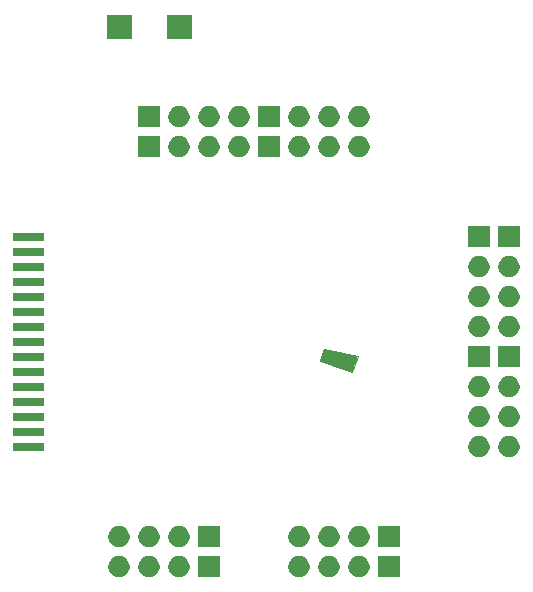
<source format=gbr>
G04 #@! TF.GenerationSoftware,KiCad,Pcbnew,(5.1.5)-3*
G04 #@! TF.CreationDate,2020-01-25T20:30:53+03:00*
G04 #@! TF.ProjectId,Casio PB-1000 Debug Unit,43617369-6f20-4504-922d-313030302044,rev?*
G04 #@! TF.SameCoordinates,Original*
G04 #@! TF.FileFunction,Soldermask,Top*
G04 #@! TF.FilePolarity,Negative*
%FSLAX46Y46*%
G04 Gerber Fmt 4.6, Leading zero omitted, Abs format (unit mm)*
G04 Created by KiCad (PCBNEW (5.1.5)-3) date 2020-01-25 20:30:53*
%MOMM*%
%LPD*%
G04 APERTURE LIST*
%ADD10C,0.010000*%
%ADD11C,0.100000*%
G04 APERTURE END LIST*
D10*
G36*
X157402194Y-121853534D02*
G01*
X156882353Y-123186958D01*
X154154796Y-122278685D01*
X154550538Y-121289006D01*
X154552005Y-121288153D01*
X157402194Y-121853534D01*
G37*
X157402194Y-121853534D02*
X156882353Y-123186958D01*
X154154796Y-122278685D01*
X154550538Y-121289006D01*
X154552005Y-121288153D01*
X157402194Y-121853534D01*
D11*
G36*
X141240000Y-92980000D02*
G01*
X143240000Y-92980000D01*
X143240000Y-94980000D01*
X141240000Y-94980000D01*
X141240000Y-94880000D01*
X141240000Y-92980000D01*
G37*
X141240000Y-92980000D02*
X143240000Y-92980000D01*
X143240000Y-94980000D01*
X141240000Y-94980000D01*
X141240000Y-94880000D01*
X141240000Y-92980000D01*
G36*
X136160000Y-92980000D02*
G01*
X138160000Y-92980000D01*
X138160000Y-94980000D01*
X136160000Y-94980000D01*
X136160000Y-94880000D01*
X136160000Y-92980000D01*
G37*
X136160000Y-92980000D02*
X138160000Y-92980000D01*
X138160000Y-94980000D01*
X136160000Y-94980000D01*
X136160000Y-94880000D01*
X136160000Y-92980000D01*
G36*
X160921000Y-140601000D02*
G01*
X159119000Y-140601000D01*
X159119000Y-138799000D01*
X160921000Y-138799000D01*
X160921000Y-140601000D01*
G37*
G36*
X157593512Y-138803927D02*
G01*
X157742812Y-138833624D01*
X157906784Y-138901544D01*
X158054354Y-139000147D01*
X158179853Y-139125646D01*
X158278456Y-139273216D01*
X158346376Y-139437188D01*
X158381000Y-139611259D01*
X158381000Y-139788741D01*
X158346376Y-139962812D01*
X158278456Y-140126784D01*
X158179853Y-140274354D01*
X158054354Y-140399853D01*
X157906784Y-140498456D01*
X157742812Y-140566376D01*
X157593512Y-140596073D01*
X157568742Y-140601000D01*
X157391258Y-140601000D01*
X157366488Y-140596073D01*
X157217188Y-140566376D01*
X157053216Y-140498456D01*
X156905646Y-140399853D01*
X156780147Y-140274354D01*
X156681544Y-140126784D01*
X156613624Y-139962812D01*
X156579000Y-139788741D01*
X156579000Y-139611259D01*
X156613624Y-139437188D01*
X156681544Y-139273216D01*
X156780147Y-139125646D01*
X156905646Y-139000147D01*
X157053216Y-138901544D01*
X157217188Y-138833624D01*
X157366488Y-138803927D01*
X157391258Y-138799000D01*
X157568742Y-138799000D01*
X157593512Y-138803927D01*
G37*
G36*
X145681000Y-140601000D02*
G01*
X143879000Y-140601000D01*
X143879000Y-138799000D01*
X145681000Y-138799000D01*
X145681000Y-140601000D01*
G37*
G36*
X142353512Y-138803927D02*
G01*
X142502812Y-138833624D01*
X142666784Y-138901544D01*
X142814354Y-139000147D01*
X142939853Y-139125646D01*
X143038456Y-139273216D01*
X143106376Y-139437188D01*
X143141000Y-139611259D01*
X143141000Y-139788741D01*
X143106376Y-139962812D01*
X143038456Y-140126784D01*
X142939853Y-140274354D01*
X142814354Y-140399853D01*
X142666784Y-140498456D01*
X142502812Y-140566376D01*
X142353512Y-140596073D01*
X142328742Y-140601000D01*
X142151258Y-140601000D01*
X142126488Y-140596073D01*
X141977188Y-140566376D01*
X141813216Y-140498456D01*
X141665646Y-140399853D01*
X141540147Y-140274354D01*
X141441544Y-140126784D01*
X141373624Y-139962812D01*
X141339000Y-139788741D01*
X141339000Y-139611259D01*
X141373624Y-139437188D01*
X141441544Y-139273216D01*
X141540147Y-139125646D01*
X141665646Y-139000147D01*
X141813216Y-138901544D01*
X141977188Y-138833624D01*
X142126488Y-138803927D01*
X142151258Y-138799000D01*
X142328742Y-138799000D01*
X142353512Y-138803927D01*
G37*
G36*
X139813512Y-138803927D02*
G01*
X139962812Y-138833624D01*
X140126784Y-138901544D01*
X140274354Y-139000147D01*
X140399853Y-139125646D01*
X140498456Y-139273216D01*
X140566376Y-139437188D01*
X140601000Y-139611259D01*
X140601000Y-139788741D01*
X140566376Y-139962812D01*
X140498456Y-140126784D01*
X140399853Y-140274354D01*
X140274354Y-140399853D01*
X140126784Y-140498456D01*
X139962812Y-140566376D01*
X139813512Y-140596073D01*
X139788742Y-140601000D01*
X139611258Y-140601000D01*
X139586488Y-140596073D01*
X139437188Y-140566376D01*
X139273216Y-140498456D01*
X139125646Y-140399853D01*
X139000147Y-140274354D01*
X138901544Y-140126784D01*
X138833624Y-139962812D01*
X138799000Y-139788741D01*
X138799000Y-139611259D01*
X138833624Y-139437188D01*
X138901544Y-139273216D01*
X139000147Y-139125646D01*
X139125646Y-139000147D01*
X139273216Y-138901544D01*
X139437188Y-138833624D01*
X139586488Y-138803927D01*
X139611258Y-138799000D01*
X139788742Y-138799000D01*
X139813512Y-138803927D01*
G37*
G36*
X155053512Y-138803927D02*
G01*
X155202812Y-138833624D01*
X155366784Y-138901544D01*
X155514354Y-139000147D01*
X155639853Y-139125646D01*
X155738456Y-139273216D01*
X155806376Y-139437188D01*
X155841000Y-139611259D01*
X155841000Y-139788741D01*
X155806376Y-139962812D01*
X155738456Y-140126784D01*
X155639853Y-140274354D01*
X155514354Y-140399853D01*
X155366784Y-140498456D01*
X155202812Y-140566376D01*
X155053512Y-140596073D01*
X155028742Y-140601000D01*
X154851258Y-140601000D01*
X154826488Y-140596073D01*
X154677188Y-140566376D01*
X154513216Y-140498456D01*
X154365646Y-140399853D01*
X154240147Y-140274354D01*
X154141544Y-140126784D01*
X154073624Y-139962812D01*
X154039000Y-139788741D01*
X154039000Y-139611259D01*
X154073624Y-139437188D01*
X154141544Y-139273216D01*
X154240147Y-139125646D01*
X154365646Y-139000147D01*
X154513216Y-138901544D01*
X154677188Y-138833624D01*
X154826488Y-138803927D01*
X154851258Y-138799000D01*
X155028742Y-138799000D01*
X155053512Y-138803927D01*
G37*
G36*
X152513512Y-138803927D02*
G01*
X152662812Y-138833624D01*
X152826784Y-138901544D01*
X152974354Y-139000147D01*
X153099853Y-139125646D01*
X153198456Y-139273216D01*
X153266376Y-139437188D01*
X153301000Y-139611259D01*
X153301000Y-139788741D01*
X153266376Y-139962812D01*
X153198456Y-140126784D01*
X153099853Y-140274354D01*
X152974354Y-140399853D01*
X152826784Y-140498456D01*
X152662812Y-140566376D01*
X152513512Y-140596073D01*
X152488742Y-140601000D01*
X152311258Y-140601000D01*
X152286488Y-140596073D01*
X152137188Y-140566376D01*
X151973216Y-140498456D01*
X151825646Y-140399853D01*
X151700147Y-140274354D01*
X151601544Y-140126784D01*
X151533624Y-139962812D01*
X151499000Y-139788741D01*
X151499000Y-139611259D01*
X151533624Y-139437188D01*
X151601544Y-139273216D01*
X151700147Y-139125646D01*
X151825646Y-139000147D01*
X151973216Y-138901544D01*
X152137188Y-138833624D01*
X152286488Y-138803927D01*
X152311258Y-138799000D01*
X152488742Y-138799000D01*
X152513512Y-138803927D01*
G37*
G36*
X137273512Y-138803927D02*
G01*
X137422812Y-138833624D01*
X137586784Y-138901544D01*
X137734354Y-139000147D01*
X137859853Y-139125646D01*
X137958456Y-139273216D01*
X138026376Y-139437188D01*
X138061000Y-139611259D01*
X138061000Y-139788741D01*
X138026376Y-139962812D01*
X137958456Y-140126784D01*
X137859853Y-140274354D01*
X137734354Y-140399853D01*
X137586784Y-140498456D01*
X137422812Y-140566376D01*
X137273512Y-140596073D01*
X137248742Y-140601000D01*
X137071258Y-140601000D01*
X137046488Y-140596073D01*
X136897188Y-140566376D01*
X136733216Y-140498456D01*
X136585646Y-140399853D01*
X136460147Y-140274354D01*
X136361544Y-140126784D01*
X136293624Y-139962812D01*
X136259000Y-139788741D01*
X136259000Y-139611259D01*
X136293624Y-139437188D01*
X136361544Y-139273216D01*
X136460147Y-139125646D01*
X136585646Y-139000147D01*
X136733216Y-138901544D01*
X136897188Y-138833624D01*
X137046488Y-138803927D01*
X137071258Y-138799000D01*
X137248742Y-138799000D01*
X137273512Y-138803927D01*
G37*
G36*
X152513512Y-136263927D02*
G01*
X152662812Y-136293624D01*
X152826784Y-136361544D01*
X152974354Y-136460147D01*
X153099853Y-136585646D01*
X153198456Y-136733216D01*
X153266376Y-136897188D01*
X153301000Y-137071259D01*
X153301000Y-137248741D01*
X153266376Y-137422812D01*
X153198456Y-137586784D01*
X153099853Y-137734354D01*
X152974354Y-137859853D01*
X152826784Y-137958456D01*
X152662812Y-138026376D01*
X152513512Y-138056073D01*
X152488742Y-138061000D01*
X152311258Y-138061000D01*
X152286488Y-138056073D01*
X152137188Y-138026376D01*
X151973216Y-137958456D01*
X151825646Y-137859853D01*
X151700147Y-137734354D01*
X151601544Y-137586784D01*
X151533624Y-137422812D01*
X151499000Y-137248741D01*
X151499000Y-137071259D01*
X151533624Y-136897188D01*
X151601544Y-136733216D01*
X151700147Y-136585646D01*
X151825646Y-136460147D01*
X151973216Y-136361544D01*
X152137188Y-136293624D01*
X152286488Y-136263927D01*
X152311258Y-136259000D01*
X152488742Y-136259000D01*
X152513512Y-136263927D01*
G37*
G36*
X160921000Y-138061000D02*
G01*
X159119000Y-138061000D01*
X159119000Y-136259000D01*
X160921000Y-136259000D01*
X160921000Y-138061000D01*
G37*
G36*
X157593512Y-136263927D02*
G01*
X157742812Y-136293624D01*
X157906784Y-136361544D01*
X158054354Y-136460147D01*
X158179853Y-136585646D01*
X158278456Y-136733216D01*
X158346376Y-136897188D01*
X158381000Y-137071259D01*
X158381000Y-137248741D01*
X158346376Y-137422812D01*
X158278456Y-137586784D01*
X158179853Y-137734354D01*
X158054354Y-137859853D01*
X157906784Y-137958456D01*
X157742812Y-138026376D01*
X157593512Y-138056073D01*
X157568742Y-138061000D01*
X157391258Y-138061000D01*
X157366488Y-138056073D01*
X157217188Y-138026376D01*
X157053216Y-137958456D01*
X156905646Y-137859853D01*
X156780147Y-137734354D01*
X156681544Y-137586784D01*
X156613624Y-137422812D01*
X156579000Y-137248741D01*
X156579000Y-137071259D01*
X156613624Y-136897188D01*
X156681544Y-136733216D01*
X156780147Y-136585646D01*
X156905646Y-136460147D01*
X157053216Y-136361544D01*
X157217188Y-136293624D01*
X157366488Y-136263927D01*
X157391258Y-136259000D01*
X157568742Y-136259000D01*
X157593512Y-136263927D01*
G37*
G36*
X137273512Y-136263927D02*
G01*
X137422812Y-136293624D01*
X137586784Y-136361544D01*
X137734354Y-136460147D01*
X137859853Y-136585646D01*
X137958456Y-136733216D01*
X138026376Y-136897188D01*
X138061000Y-137071259D01*
X138061000Y-137248741D01*
X138026376Y-137422812D01*
X137958456Y-137586784D01*
X137859853Y-137734354D01*
X137734354Y-137859853D01*
X137586784Y-137958456D01*
X137422812Y-138026376D01*
X137273512Y-138056073D01*
X137248742Y-138061000D01*
X137071258Y-138061000D01*
X137046488Y-138056073D01*
X136897188Y-138026376D01*
X136733216Y-137958456D01*
X136585646Y-137859853D01*
X136460147Y-137734354D01*
X136361544Y-137586784D01*
X136293624Y-137422812D01*
X136259000Y-137248741D01*
X136259000Y-137071259D01*
X136293624Y-136897188D01*
X136361544Y-136733216D01*
X136460147Y-136585646D01*
X136585646Y-136460147D01*
X136733216Y-136361544D01*
X136897188Y-136293624D01*
X137046488Y-136263927D01*
X137071258Y-136259000D01*
X137248742Y-136259000D01*
X137273512Y-136263927D01*
G37*
G36*
X139813512Y-136263927D02*
G01*
X139962812Y-136293624D01*
X140126784Y-136361544D01*
X140274354Y-136460147D01*
X140399853Y-136585646D01*
X140498456Y-136733216D01*
X140566376Y-136897188D01*
X140601000Y-137071259D01*
X140601000Y-137248741D01*
X140566376Y-137422812D01*
X140498456Y-137586784D01*
X140399853Y-137734354D01*
X140274354Y-137859853D01*
X140126784Y-137958456D01*
X139962812Y-138026376D01*
X139813512Y-138056073D01*
X139788742Y-138061000D01*
X139611258Y-138061000D01*
X139586488Y-138056073D01*
X139437188Y-138026376D01*
X139273216Y-137958456D01*
X139125646Y-137859853D01*
X139000147Y-137734354D01*
X138901544Y-137586784D01*
X138833624Y-137422812D01*
X138799000Y-137248741D01*
X138799000Y-137071259D01*
X138833624Y-136897188D01*
X138901544Y-136733216D01*
X139000147Y-136585646D01*
X139125646Y-136460147D01*
X139273216Y-136361544D01*
X139437188Y-136293624D01*
X139586488Y-136263927D01*
X139611258Y-136259000D01*
X139788742Y-136259000D01*
X139813512Y-136263927D01*
G37*
G36*
X142353512Y-136263927D02*
G01*
X142502812Y-136293624D01*
X142666784Y-136361544D01*
X142814354Y-136460147D01*
X142939853Y-136585646D01*
X143038456Y-136733216D01*
X143106376Y-136897188D01*
X143141000Y-137071259D01*
X143141000Y-137248741D01*
X143106376Y-137422812D01*
X143038456Y-137586784D01*
X142939853Y-137734354D01*
X142814354Y-137859853D01*
X142666784Y-137958456D01*
X142502812Y-138026376D01*
X142353512Y-138056073D01*
X142328742Y-138061000D01*
X142151258Y-138061000D01*
X142126488Y-138056073D01*
X141977188Y-138026376D01*
X141813216Y-137958456D01*
X141665646Y-137859853D01*
X141540147Y-137734354D01*
X141441544Y-137586784D01*
X141373624Y-137422812D01*
X141339000Y-137248741D01*
X141339000Y-137071259D01*
X141373624Y-136897188D01*
X141441544Y-136733216D01*
X141540147Y-136585646D01*
X141665646Y-136460147D01*
X141813216Y-136361544D01*
X141977188Y-136293624D01*
X142126488Y-136263927D01*
X142151258Y-136259000D01*
X142328742Y-136259000D01*
X142353512Y-136263927D01*
G37*
G36*
X145681000Y-138061000D02*
G01*
X143879000Y-138061000D01*
X143879000Y-136259000D01*
X145681000Y-136259000D01*
X145681000Y-138061000D01*
G37*
G36*
X155053512Y-136263927D02*
G01*
X155202812Y-136293624D01*
X155366784Y-136361544D01*
X155514354Y-136460147D01*
X155639853Y-136585646D01*
X155738456Y-136733216D01*
X155806376Y-136897188D01*
X155841000Y-137071259D01*
X155841000Y-137248741D01*
X155806376Y-137422812D01*
X155738456Y-137586784D01*
X155639853Y-137734354D01*
X155514354Y-137859853D01*
X155366784Y-137958456D01*
X155202812Y-138026376D01*
X155053512Y-138056073D01*
X155028742Y-138061000D01*
X154851258Y-138061000D01*
X154826488Y-138056073D01*
X154677188Y-138026376D01*
X154513216Y-137958456D01*
X154365646Y-137859853D01*
X154240147Y-137734354D01*
X154141544Y-137586784D01*
X154073624Y-137422812D01*
X154039000Y-137248741D01*
X154039000Y-137071259D01*
X154073624Y-136897188D01*
X154141544Y-136733216D01*
X154240147Y-136585646D01*
X154365646Y-136460147D01*
X154513216Y-136361544D01*
X154677188Y-136293624D01*
X154826488Y-136263927D01*
X154851258Y-136259000D01*
X155028742Y-136259000D01*
X155053512Y-136263927D01*
G37*
G36*
X170293512Y-128643927D02*
G01*
X170442812Y-128673624D01*
X170606784Y-128741544D01*
X170754354Y-128840147D01*
X170879853Y-128965646D01*
X170978456Y-129113216D01*
X171046376Y-129277188D01*
X171081000Y-129451259D01*
X171081000Y-129628741D01*
X171046376Y-129802812D01*
X170978456Y-129966784D01*
X170879853Y-130114354D01*
X170754354Y-130239853D01*
X170606784Y-130338456D01*
X170442812Y-130406376D01*
X170293512Y-130436073D01*
X170268742Y-130441000D01*
X170091258Y-130441000D01*
X170066488Y-130436073D01*
X169917188Y-130406376D01*
X169753216Y-130338456D01*
X169605646Y-130239853D01*
X169480147Y-130114354D01*
X169381544Y-129966784D01*
X169313624Y-129802812D01*
X169279000Y-129628741D01*
X169279000Y-129451259D01*
X169313624Y-129277188D01*
X169381544Y-129113216D01*
X169480147Y-128965646D01*
X169605646Y-128840147D01*
X169753216Y-128741544D01*
X169917188Y-128673624D01*
X170066488Y-128643927D01*
X170091258Y-128639000D01*
X170268742Y-128639000D01*
X170293512Y-128643927D01*
G37*
G36*
X167753512Y-128643927D02*
G01*
X167902812Y-128673624D01*
X168066784Y-128741544D01*
X168214354Y-128840147D01*
X168339853Y-128965646D01*
X168438456Y-129113216D01*
X168506376Y-129277188D01*
X168541000Y-129451259D01*
X168541000Y-129628741D01*
X168506376Y-129802812D01*
X168438456Y-129966784D01*
X168339853Y-130114354D01*
X168214354Y-130239853D01*
X168066784Y-130338456D01*
X167902812Y-130406376D01*
X167753512Y-130436073D01*
X167728742Y-130441000D01*
X167551258Y-130441000D01*
X167526488Y-130436073D01*
X167377188Y-130406376D01*
X167213216Y-130338456D01*
X167065646Y-130239853D01*
X166940147Y-130114354D01*
X166841544Y-129966784D01*
X166773624Y-129802812D01*
X166739000Y-129628741D01*
X166739000Y-129451259D01*
X166773624Y-129277188D01*
X166841544Y-129113216D01*
X166940147Y-128965646D01*
X167065646Y-128840147D01*
X167213216Y-128741544D01*
X167377188Y-128673624D01*
X167526488Y-128643927D01*
X167551258Y-128639000D01*
X167728742Y-128639000D01*
X167753512Y-128643927D01*
G37*
G36*
X130861000Y-129891000D02*
G01*
X128219000Y-129891000D01*
X128219000Y-129189000D01*
X130861000Y-129189000D01*
X130861000Y-129891000D01*
G37*
G36*
X130861000Y-128621000D02*
G01*
X128219000Y-128621000D01*
X128219000Y-127919000D01*
X130861000Y-127919000D01*
X130861000Y-128621000D01*
G37*
G36*
X170293512Y-126103927D02*
G01*
X170442812Y-126133624D01*
X170606784Y-126201544D01*
X170754354Y-126300147D01*
X170879853Y-126425646D01*
X170978456Y-126573216D01*
X171046376Y-126737188D01*
X171081000Y-126911259D01*
X171081000Y-127088741D01*
X171046376Y-127262812D01*
X170978456Y-127426784D01*
X170879853Y-127574354D01*
X170754354Y-127699853D01*
X170606784Y-127798456D01*
X170442812Y-127866376D01*
X170293512Y-127896073D01*
X170268742Y-127901000D01*
X170091258Y-127901000D01*
X170066488Y-127896073D01*
X169917188Y-127866376D01*
X169753216Y-127798456D01*
X169605646Y-127699853D01*
X169480147Y-127574354D01*
X169381544Y-127426784D01*
X169313624Y-127262812D01*
X169279000Y-127088741D01*
X169279000Y-126911259D01*
X169313624Y-126737188D01*
X169381544Y-126573216D01*
X169480147Y-126425646D01*
X169605646Y-126300147D01*
X169753216Y-126201544D01*
X169917188Y-126133624D01*
X170066488Y-126103927D01*
X170091258Y-126099000D01*
X170268742Y-126099000D01*
X170293512Y-126103927D01*
G37*
G36*
X167753512Y-126103927D02*
G01*
X167902812Y-126133624D01*
X168066784Y-126201544D01*
X168214354Y-126300147D01*
X168339853Y-126425646D01*
X168438456Y-126573216D01*
X168506376Y-126737188D01*
X168541000Y-126911259D01*
X168541000Y-127088741D01*
X168506376Y-127262812D01*
X168438456Y-127426784D01*
X168339853Y-127574354D01*
X168214354Y-127699853D01*
X168066784Y-127798456D01*
X167902812Y-127866376D01*
X167753512Y-127896073D01*
X167728742Y-127901000D01*
X167551258Y-127901000D01*
X167526488Y-127896073D01*
X167377188Y-127866376D01*
X167213216Y-127798456D01*
X167065646Y-127699853D01*
X166940147Y-127574354D01*
X166841544Y-127426784D01*
X166773624Y-127262812D01*
X166739000Y-127088741D01*
X166739000Y-126911259D01*
X166773624Y-126737188D01*
X166841544Y-126573216D01*
X166940147Y-126425646D01*
X167065646Y-126300147D01*
X167213216Y-126201544D01*
X167377188Y-126133624D01*
X167526488Y-126103927D01*
X167551258Y-126099000D01*
X167728742Y-126099000D01*
X167753512Y-126103927D01*
G37*
G36*
X130861000Y-127351000D02*
G01*
X128219000Y-127351000D01*
X128219000Y-126649000D01*
X130861000Y-126649000D01*
X130861000Y-127351000D01*
G37*
G36*
X130861000Y-126081000D02*
G01*
X128219000Y-126081000D01*
X128219000Y-125379000D01*
X130861000Y-125379000D01*
X130861000Y-126081000D01*
G37*
G36*
X167753512Y-123563927D02*
G01*
X167902812Y-123593624D01*
X168066784Y-123661544D01*
X168214354Y-123760147D01*
X168339853Y-123885646D01*
X168438456Y-124033216D01*
X168506376Y-124197188D01*
X168541000Y-124371259D01*
X168541000Y-124548741D01*
X168506376Y-124722812D01*
X168438456Y-124886784D01*
X168339853Y-125034354D01*
X168214354Y-125159853D01*
X168066784Y-125258456D01*
X167902812Y-125326376D01*
X167753512Y-125356073D01*
X167728742Y-125361000D01*
X167551258Y-125361000D01*
X167526488Y-125356073D01*
X167377188Y-125326376D01*
X167213216Y-125258456D01*
X167065646Y-125159853D01*
X166940147Y-125034354D01*
X166841544Y-124886784D01*
X166773624Y-124722812D01*
X166739000Y-124548741D01*
X166739000Y-124371259D01*
X166773624Y-124197188D01*
X166841544Y-124033216D01*
X166940147Y-123885646D01*
X167065646Y-123760147D01*
X167213216Y-123661544D01*
X167377188Y-123593624D01*
X167526488Y-123563927D01*
X167551258Y-123559000D01*
X167728742Y-123559000D01*
X167753512Y-123563927D01*
G37*
G36*
X170293512Y-123563927D02*
G01*
X170442812Y-123593624D01*
X170606784Y-123661544D01*
X170754354Y-123760147D01*
X170879853Y-123885646D01*
X170978456Y-124033216D01*
X171046376Y-124197188D01*
X171081000Y-124371259D01*
X171081000Y-124548741D01*
X171046376Y-124722812D01*
X170978456Y-124886784D01*
X170879853Y-125034354D01*
X170754354Y-125159853D01*
X170606784Y-125258456D01*
X170442812Y-125326376D01*
X170293512Y-125356073D01*
X170268742Y-125361000D01*
X170091258Y-125361000D01*
X170066488Y-125356073D01*
X169917188Y-125326376D01*
X169753216Y-125258456D01*
X169605646Y-125159853D01*
X169480147Y-125034354D01*
X169381544Y-124886784D01*
X169313624Y-124722812D01*
X169279000Y-124548741D01*
X169279000Y-124371259D01*
X169313624Y-124197188D01*
X169381544Y-124033216D01*
X169480147Y-123885646D01*
X169605646Y-123760147D01*
X169753216Y-123661544D01*
X169917188Y-123593624D01*
X170066488Y-123563927D01*
X170091258Y-123559000D01*
X170268742Y-123559000D01*
X170293512Y-123563927D01*
G37*
G36*
X130861000Y-124811000D02*
G01*
X128219000Y-124811000D01*
X128219000Y-124109000D01*
X130861000Y-124109000D01*
X130861000Y-124811000D01*
G37*
G36*
X130861000Y-123541000D02*
G01*
X128219000Y-123541000D01*
X128219000Y-122839000D01*
X130861000Y-122839000D01*
X130861000Y-123541000D01*
G37*
G36*
X171081000Y-122821000D02*
G01*
X169279000Y-122821000D01*
X169279000Y-121019000D01*
X171081000Y-121019000D01*
X171081000Y-122821000D01*
G37*
G36*
X168541000Y-122821000D02*
G01*
X166739000Y-122821000D01*
X166739000Y-121019000D01*
X168541000Y-121019000D01*
X168541000Y-122821000D01*
G37*
G36*
X130861000Y-122271000D02*
G01*
X128219000Y-122271000D01*
X128219000Y-121569000D01*
X130861000Y-121569000D01*
X130861000Y-122271000D01*
G37*
G36*
X130861000Y-121001000D02*
G01*
X128219000Y-121001000D01*
X128219000Y-120299000D01*
X130861000Y-120299000D01*
X130861000Y-121001000D01*
G37*
G36*
X170293512Y-118483927D02*
G01*
X170442812Y-118513624D01*
X170606784Y-118581544D01*
X170754354Y-118680147D01*
X170879853Y-118805646D01*
X170978456Y-118953216D01*
X171046376Y-119117188D01*
X171081000Y-119291259D01*
X171081000Y-119468741D01*
X171046376Y-119642812D01*
X170978456Y-119806784D01*
X170879853Y-119954354D01*
X170754354Y-120079853D01*
X170606784Y-120178456D01*
X170442812Y-120246376D01*
X170293512Y-120276073D01*
X170268742Y-120281000D01*
X170091258Y-120281000D01*
X170066488Y-120276073D01*
X169917188Y-120246376D01*
X169753216Y-120178456D01*
X169605646Y-120079853D01*
X169480147Y-119954354D01*
X169381544Y-119806784D01*
X169313624Y-119642812D01*
X169279000Y-119468741D01*
X169279000Y-119291259D01*
X169313624Y-119117188D01*
X169381544Y-118953216D01*
X169480147Y-118805646D01*
X169605646Y-118680147D01*
X169753216Y-118581544D01*
X169917188Y-118513624D01*
X170066488Y-118483927D01*
X170091258Y-118479000D01*
X170268742Y-118479000D01*
X170293512Y-118483927D01*
G37*
G36*
X167753512Y-118483927D02*
G01*
X167902812Y-118513624D01*
X168066784Y-118581544D01*
X168214354Y-118680147D01*
X168339853Y-118805646D01*
X168438456Y-118953216D01*
X168506376Y-119117188D01*
X168541000Y-119291259D01*
X168541000Y-119468741D01*
X168506376Y-119642812D01*
X168438456Y-119806784D01*
X168339853Y-119954354D01*
X168214354Y-120079853D01*
X168066784Y-120178456D01*
X167902812Y-120246376D01*
X167753512Y-120276073D01*
X167728742Y-120281000D01*
X167551258Y-120281000D01*
X167526488Y-120276073D01*
X167377188Y-120246376D01*
X167213216Y-120178456D01*
X167065646Y-120079853D01*
X166940147Y-119954354D01*
X166841544Y-119806784D01*
X166773624Y-119642812D01*
X166739000Y-119468741D01*
X166739000Y-119291259D01*
X166773624Y-119117188D01*
X166841544Y-118953216D01*
X166940147Y-118805646D01*
X167065646Y-118680147D01*
X167213216Y-118581544D01*
X167377188Y-118513624D01*
X167526488Y-118483927D01*
X167551258Y-118479000D01*
X167728742Y-118479000D01*
X167753512Y-118483927D01*
G37*
G36*
X130861000Y-119731000D02*
G01*
X128219000Y-119731000D01*
X128219000Y-119029000D01*
X130861000Y-119029000D01*
X130861000Y-119731000D01*
G37*
G36*
X130861000Y-118461000D02*
G01*
X128219000Y-118461000D01*
X128219000Y-117759000D01*
X130861000Y-117759000D01*
X130861000Y-118461000D01*
G37*
G36*
X170293512Y-115943927D02*
G01*
X170442812Y-115973624D01*
X170606784Y-116041544D01*
X170754354Y-116140147D01*
X170879853Y-116265646D01*
X170978456Y-116413216D01*
X171046376Y-116577188D01*
X171081000Y-116751259D01*
X171081000Y-116928741D01*
X171046376Y-117102812D01*
X170978456Y-117266784D01*
X170879853Y-117414354D01*
X170754354Y-117539853D01*
X170606784Y-117638456D01*
X170442812Y-117706376D01*
X170293512Y-117736073D01*
X170268742Y-117741000D01*
X170091258Y-117741000D01*
X170066488Y-117736073D01*
X169917188Y-117706376D01*
X169753216Y-117638456D01*
X169605646Y-117539853D01*
X169480147Y-117414354D01*
X169381544Y-117266784D01*
X169313624Y-117102812D01*
X169279000Y-116928741D01*
X169279000Y-116751259D01*
X169313624Y-116577188D01*
X169381544Y-116413216D01*
X169480147Y-116265646D01*
X169605646Y-116140147D01*
X169753216Y-116041544D01*
X169917188Y-115973624D01*
X170066488Y-115943927D01*
X170091258Y-115939000D01*
X170268742Y-115939000D01*
X170293512Y-115943927D01*
G37*
G36*
X167753512Y-115943927D02*
G01*
X167902812Y-115973624D01*
X168066784Y-116041544D01*
X168214354Y-116140147D01*
X168339853Y-116265646D01*
X168438456Y-116413216D01*
X168506376Y-116577188D01*
X168541000Y-116751259D01*
X168541000Y-116928741D01*
X168506376Y-117102812D01*
X168438456Y-117266784D01*
X168339853Y-117414354D01*
X168214354Y-117539853D01*
X168066784Y-117638456D01*
X167902812Y-117706376D01*
X167753512Y-117736073D01*
X167728742Y-117741000D01*
X167551258Y-117741000D01*
X167526488Y-117736073D01*
X167377188Y-117706376D01*
X167213216Y-117638456D01*
X167065646Y-117539853D01*
X166940147Y-117414354D01*
X166841544Y-117266784D01*
X166773624Y-117102812D01*
X166739000Y-116928741D01*
X166739000Y-116751259D01*
X166773624Y-116577188D01*
X166841544Y-116413216D01*
X166940147Y-116265646D01*
X167065646Y-116140147D01*
X167213216Y-116041544D01*
X167377188Y-115973624D01*
X167526488Y-115943927D01*
X167551258Y-115939000D01*
X167728742Y-115939000D01*
X167753512Y-115943927D01*
G37*
G36*
X130861000Y-117191000D02*
G01*
X128219000Y-117191000D01*
X128219000Y-116489000D01*
X130861000Y-116489000D01*
X130861000Y-117191000D01*
G37*
G36*
X130861000Y-115921000D02*
G01*
X128219000Y-115921000D01*
X128219000Y-115219000D01*
X130861000Y-115219000D01*
X130861000Y-115921000D01*
G37*
G36*
X167753512Y-113403927D02*
G01*
X167902812Y-113433624D01*
X168066784Y-113501544D01*
X168214354Y-113600147D01*
X168339853Y-113725646D01*
X168438456Y-113873216D01*
X168506376Y-114037188D01*
X168541000Y-114211259D01*
X168541000Y-114388741D01*
X168506376Y-114562812D01*
X168438456Y-114726784D01*
X168339853Y-114874354D01*
X168214354Y-114999853D01*
X168066784Y-115098456D01*
X167902812Y-115166376D01*
X167753512Y-115196073D01*
X167728742Y-115201000D01*
X167551258Y-115201000D01*
X167526488Y-115196073D01*
X167377188Y-115166376D01*
X167213216Y-115098456D01*
X167065646Y-114999853D01*
X166940147Y-114874354D01*
X166841544Y-114726784D01*
X166773624Y-114562812D01*
X166739000Y-114388741D01*
X166739000Y-114211259D01*
X166773624Y-114037188D01*
X166841544Y-113873216D01*
X166940147Y-113725646D01*
X167065646Y-113600147D01*
X167213216Y-113501544D01*
X167377188Y-113433624D01*
X167526488Y-113403927D01*
X167551258Y-113399000D01*
X167728742Y-113399000D01*
X167753512Y-113403927D01*
G37*
G36*
X170293512Y-113403927D02*
G01*
X170442812Y-113433624D01*
X170606784Y-113501544D01*
X170754354Y-113600147D01*
X170879853Y-113725646D01*
X170978456Y-113873216D01*
X171046376Y-114037188D01*
X171081000Y-114211259D01*
X171081000Y-114388741D01*
X171046376Y-114562812D01*
X170978456Y-114726784D01*
X170879853Y-114874354D01*
X170754354Y-114999853D01*
X170606784Y-115098456D01*
X170442812Y-115166376D01*
X170293512Y-115196073D01*
X170268742Y-115201000D01*
X170091258Y-115201000D01*
X170066488Y-115196073D01*
X169917188Y-115166376D01*
X169753216Y-115098456D01*
X169605646Y-114999853D01*
X169480147Y-114874354D01*
X169381544Y-114726784D01*
X169313624Y-114562812D01*
X169279000Y-114388741D01*
X169279000Y-114211259D01*
X169313624Y-114037188D01*
X169381544Y-113873216D01*
X169480147Y-113725646D01*
X169605646Y-113600147D01*
X169753216Y-113501544D01*
X169917188Y-113433624D01*
X170066488Y-113403927D01*
X170091258Y-113399000D01*
X170268742Y-113399000D01*
X170293512Y-113403927D01*
G37*
G36*
X130861000Y-114651000D02*
G01*
X128219000Y-114651000D01*
X128219000Y-113949000D01*
X130861000Y-113949000D01*
X130861000Y-114651000D01*
G37*
G36*
X130861000Y-113381000D02*
G01*
X128219000Y-113381000D01*
X128219000Y-112679000D01*
X130861000Y-112679000D01*
X130861000Y-113381000D01*
G37*
G36*
X168541000Y-112661000D02*
G01*
X166739000Y-112661000D01*
X166739000Y-110859000D01*
X168541000Y-110859000D01*
X168541000Y-112661000D01*
G37*
G36*
X171081000Y-112661000D02*
G01*
X169279000Y-112661000D01*
X169279000Y-110859000D01*
X171081000Y-110859000D01*
X171081000Y-112661000D01*
G37*
G36*
X130861000Y-112111000D02*
G01*
X128219000Y-112111000D01*
X128219000Y-111409000D01*
X130861000Y-111409000D01*
X130861000Y-112111000D01*
G37*
G36*
X144893512Y-103243927D02*
G01*
X145042812Y-103273624D01*
X145206784Y-103341544D01*
X145354354Y-103440147D01*
X145479853Y-103565646D01*
X145578456Y-103713216D01*
X145646376Y-103877188D01*
X145681000Y-104051259D01*
X145681000Y-104228741D01*
X145646376Y-104402812D01*
X145578456Y-104566784D01*
X145479853Y-104714354D01*
X145354354Y-104839853D01*
X145206784Y-104938456D01*
X145042812Y-105006376D01*
X144893512Y-105036073D01*
X144868742Y-105041000D01*
X144691258Y-105041000D01*
X144666488Y-105036073D01*
X144517188Y-105006376D01*
X144353216Y-104938456D01*
X144205646Y-104839853D01*
X144080147Y-104714354D01*
X143981544Y-104566784D01*
X143913624Y-104402812D01*
X143879000Y-104228741D01*
X143879000Y-104051259D01*
X143913624Y-103877188D01*
X143981544Y-103713216D01*
X144080147Y-103565646D01*
X144205646Y-103440147D01*
X144353216Y-103341544D01*
X144517188Y-103273624D01*
X144666488Y-103243927D01*
X144691258Y-103239000D01*
X144868742Y-103239000D01*
X144893512Y-103243927D01*
G37*
G36*
X142353512Y-103243927D02*
G01*
X142502812Y-103273624D01*
X142666784Y-103341544D01*
X142814354Y-103440147D01*
X142939853Y-103565646D01*
X143038456Y-103713216D01*
X143106376Y-103877188D01*
X143141000Y-104051259D01*
X143141000Y-104228741D01*
X143106376Y-104402812D01*
X143038456Y-104566784D01*
X142939853Y-104714354D01*
X142814354Y-104839853D01*
X142666784Y-104938456D01*
X142502812Y-105006376D01*
X142353512Y-105036073D01*
X142328742Y-105041000D01*
X142151258Y-105041000D01*
X142126488Y-105036073D01*
X141977188Y-105006376D01*
X141813216Y-104938456D01*
X141665646Y-104839853D01*
X141540147Y-104714354D01*
X141441544Y-104566784D01*
X141373624Y-104402812D01*
X141339000Y-104228741D01*
X141339000Y-104051259D01*
X141373624Y-103877188D01*
X141441544Y-103713216D01*
X141540147Y-103565646D01*
X141665646Y-103440147D01*
X141813216Y-103341544D01*
X141977188Y-103273624D01*
X142126488Y-103243927D01*
X142151258Y-103239000D01*
X142328742Y-103239000D01*
X142353512Y-103243927D01*
G37*
G36*
X140601000Y-105041000D02*
G01*
X138799000Y-105041000D01*
X138799000Y-103239000D01*
X140601000Y-103239000D01*
X140601000Y-105041000D01*
G37*
G36*
X147433512Y-103243927D02*
G01*
X147582812Y-103273624D01*
X147746784Y-103341544D01*
X147894354Y-103440147D01*
X148019853Y-103565646D01*
X148118456Y-103713216D01*
X148186376Y-103877188D01*
X148221000Y-104051259D01*
X148221000Y-104228741D01*
X148186376Y-104402812D01*
X148118456Y-104566784D01*
X148019853Y-104714354D01*
X147894354Y-104839853D01*
X147746784Y-104938456D01*
X147582812Y-105006376D01*
X147433512Y-105036073D01*
X147408742Y-105041000D01*
X147231258Y-105041000D01*
X147206488Y-105036073D01*
X147057188Y-105006376D01*
X146893216Y-104938456D01*
X146745646Y-104839853D01*
X146620147Y-104714354D01*
X146521544Y-104566784D01*
X146453624Y-104402812D01*
X146419000Y-104228741D01*
X146419000Y-104051259D01*
X146453624Y-103877188D01*
X146521544Y-103713216D01*
X146620147Y-103565646D01*
X146745646Y-103440147D01*
X146893216Y-103341544D01*
X147057188Y-103273624D01*
X147206488Y-103243927D01*
X147231258Y-103239000D01*
X147408742Y-103239000D01*
X147433512Y-103243927D01*
G37*
G36*
X150761000Y-105041000D02*
G01*
X148959000Y-105041000D01*
X148959000Y-103239000D01*
X150761000Y-103239000D01*
X150761000Y-105041000D01*
G37*
G36*
X152513512Y-103243927D02*
G01*
X152662812Y-103273624D01*
X152826784Y-103341544D01*
X152974354Y-103440147D01*
X153099853Y-103565646D01*
X153198456Y-103713216D01*
X153266376Y-103877188D01*
X153301000Y-104051259D01*
X153301000Y-104228741D01*
X153266376Y-104402812D01*
X153198456Y-104566784D01*
X153099853Y-104714354D01*
X152974354Y-104839853D01*
X152826784Y-104938456D01*
X152662812Y-105006376D01*
X152513512Y-105036073D01*
X152488742Y-105041000D01*
X152311258Y-105041000D01*
X152286488Y-105036073D01*
X152137188Y-105006376D01*
X151973216Y-104938456D01*
X151825646Y-104839853D01*
X151700147Y-104714354D01*
X151601544Y-104566784D01*
X151533624Y-104402812D01*
X151499000Y-104228741D01*
X151499000Y-104051259D01*
X151533624Y-103877188D01*
X151601544Y-103713216D01*
X151700147Y-103565646D01*
X151825646Y-103440147D01*
X151973216Y-103341544D01*
X152137188Y-103273624D01*
X152286488Y-103243927D01*
X152311258Y-103239000D01*
X152488742Y-103239000D01*
X152513512Y-103243927D01*
G37*
G36*
X155053512Y-103243927D02*
G01*
X155202812Y-103273624D01*
X155366784Y-103341544D01*
X155514354Y-103440147D01*
X155639853Y-103565646D01*
X155738456Y-103713216D01*
X155806376Y-103877188D01*
X155841000Y-104051259D01*
X155841000Y-104228741D01*
X155806376Y-104402812D01*
X155738456Y-104566784D01*
X155639853Y-104714354D01*
X155514354Y-104839853D01*
X155366784Y-104938456D01*
X155202812Y-105006376D01*
X155053512Y-105036073D01*
X155028742Y-105041000D01*
X154851258Y-105041000D01*
X154826488Y-105036073D01*
X154677188Y-105006376D01*
X154513216Y-104938456D01*
X154365646Y-104839853D01*
X154240147Y-104714354D01*
X154141544Y-104566784D01*
X154073624Y-104402812D01*
X154039000Y-104228741D01*
X154039000Y-104051259D01*
X154073624Y-103877188D01*
X154141544Y-103713216D01*
X154240147Y-103565646D01*
X154365646Y-103440147D01*
X154513216Y-103341544D01*
X154677188Y-103273624D01*
X154826488Y-103243927D01*
X154851258Y-103239000D01*
X155028742Y-103239000D01*
X155053512Y-103243927D01*
G37*
G36*
X157593512Y-103243927D02*
G01*
X157742812Y-103273624D01*
X157906784Y-103341544D01*
X158054354Y-103440147D01*
X158179853Y-103565646D01*
X158278456Y-103713216D01*
X158346376Y-103877188D01*
X158381000Y-104051259D01*
X158381000Y-104228741D01*
X158346376Y-104402812D01*
X158278456Y-104566784D01*
X158179853Y-104714354D01*
X158054354Y-104839853D01*
X157906784Y-104938456D01*
X157742812Y-105006376D01*
X157593512Y-105036073D01*
X157568742Y-105041000D01*
X157391258Y-105041000D01*
X157366488Y-105036073D01*
X157217188Y-105006376D01*
X157053216Y-104938456D01*
X156905646Y-104839853D01*
X156780147Y-104714354D01*
X156681544Y-104566784D01*
X156613624Y-104402812D01*
X156579000Y-104228741D01*
X156579000Y-104051259D01*
X156613624Y-103877188D01*
X156681544Y-103713216D01*
X156780147Y-103565646D01*
X156905646Y-103440147D01*
X157053216Y-103341544D01*
X157217188Y-103273624D01*
X157366488Y-103243927D01*
X157391258Y-103239000D01*
X157568742Y-103239000D01*
X157593512Y-103243927D01*
G37*
G36*
X152513512Y-100703927D02*
G01*
X152662812Y-100733624D01*
X152826784Y-100801544D01*
X152974354Y-100900147D01*
X153099853Y-101025646D01*
X153198456Y-101173216D01*
X153266376Y-101337188D01*
X153301000Y-101511259D01*
X153301000Y-101688741D01*
X153266376Y-101862812D01*
X153198456Y-102026784D01*
X153099853Y-102174354D01*
X152974354Y-102299853D01*
X152826784Y-102398456D01*
X152662812Y-102466376D01*
X152513512Y-102496073D01*
X152488742Y-102501000D01*
X152311258Y-102501000D01*
X152286488Y-102496073D01*
X152137188Y-102466376D01*
X151973216Y-102398456D01*
X151825646Y-102299853D01*
X151700147Y-102174354D01*
X151601544Y-102026784D01*
X151533624Y-101862812D01*
X151499000Y-101688741D01*
X151499000Y-101511259D01*
X151533624Y-101337188D01*
X151601544Y-101173216D01*
X151700147Y-101025646D01*
X151825646Y-100900147D01*
X151973216Y-100801544D01*
X152137188Y-100733624D01*
X152286488Y-100703927D01*
X152311258Y-100699000D01*
X152488742Y-100699000D01*
X152513512Y-100703927D01*
G37*
G36*
X140601000Y-102501000D02*
G01*
X138799000Y-102501000D01*
X138799000Y-100699000D01*
X140601000Y-100699000D01*
X140601000Y-102501000D01*
G37*
G36*
X155053512Y-100703927D02*
G01*
X155202812Y-100733624D01*
X155366784Y-100801544D01*
X155514354Y-100900147D01*
X155639853Y-101025646D01*
X155738456Y-101173216D01*
X155806376Y-101337188D01*
X155841000Y-101511259D01*
X155841000Y-101688741D01*
X155806376Y-101862812D01*
X155738456Y-102026784D01*
X155639853Y-102174354D01*
X155514354Y-102299853D01*
X155366784Y-102398456D01*
X155202812Y-102466376D01*
X155053512Y-102496073D01*
X155028742Y-102501000D01*
X154851258Y-102501000D01*
X154826488Y-102496073D01*
X154677188Y-102466376D01*
X154513216Y-102398456D01*
X154365646Y-102299853D01*
X154240147Y-102174354D01*
X154141544Y-102026784D01*
X154073624Y-101862812D01*
X154039000Y-101688741D01*
X154039000Y-101511259D01*
X154073624Y-101337188D01*
X154141544Y-101173216D01*
X154240147Y-101025646D01*
X154365646Y-100900147D01*
X154513216Y-100801544D01*
X154677188Y-100733624D01*
X154826488Y-100703927D01*
X154851258Y-100699000D01*
X155028742Y-100699000D01*
X155053512Y-100703927D01*
G37*
G36*
X157593512Y-100703927D02*
G01*
X157742812Y-100733624D01*
X157906784Y-100801544D01*
X158054354Y-100900147D01*
X158179853Y-101025646D01*
X158278456Y-101173216D01*
X158346376Y-101337188D01*
X158381000Y-101511259D01*
X158381000Y-101688741D01*
X158346376Y-101862812D01*
X158278456Y-102026784D01*
X158179853Y-102174354D01*
X158054354Y-102299853D01*
X157906784Y-102398456D01*
X157742812Y-102466376D01*
X157593512Y-102496073D01*
X157568742Y-102501000D01*
X157391258Y-102501000D01*
X157366488Y-102496073D01*
X157217188Y-102466376D01*
X157053216Y-102398456D01*
X156905646Y-102299853D01*
X156780147Y-102174354D01*
X156681544Y-102026784D01*
X156613624Y-101862812D01*
X156579000Y-101688741D01*
X156579000Y-101511259D01*
X156613624Y-101337188D01*
X156681544Y-101173216D01*
X156780147Y-101025646D01*
X156905646Y-100900147D01*
X157053216Y-100801544D01*
X157217188Y-100733624D01*
X157366488Y-100703927D01*
X157391258Y-100699000D01*
X157568742Y-100699000D01*
X157593512Y-100703927D01*
G37*
G36*
X150761000Y-102501000D02*
G01*
X148959000Y-102501000D01*
X148959000Y-100699000D01*
X150761000Y-100699000D01*
X150761000Y-102501000D01*
G37*
G36*
X147433512Y-100703927D02*
G01*
X147582812Y-100733624D01*
X147746784Y-100801544D01*
X147894354Y-100900147D01*
X148019853Y-101025646D01*
X148118456Y-101173216D01*
X148186376Y-101337188D01*
X148221000Y-101511259D01*
X148221000Y-101688741D01*
X148186376Y-101862812D01*
X148118456Y-102026784D01*
X148019853Y-102174354D01*
X147894354Y-102299853D01*
X147746784Y-102398456D01*
X147582812Y-102466376D01*
X147433512Y-102496073D01*
X147408742Y-102501000D01*
X147231258Y-102501000D01*
X147206488Y-102496073D01*
X147057188Y-102466376D01*
X146893216Y-102398456D01*
X146745646Y-102299853D01*
X146620147Y-102174354D01*
X146521544Y-102026784D01*
X146453624Y-101862812D01*
X146419000Y-101688741D01*
X146419000Y-101511259D01*
X146453624Y-101337188D01*
X146521544Y-101173216D01*
X146620147Y-101025646D01*
X146745646Y-100900147D01*
X146893216Y-100801544D01*
X147057188Y-100733624D01*
X147206488Y-100703927D01*
X147231258Y-100699000D01*
X147408742Y-100699000D01*
X147433512Y-100703927D01*
G37*
G36*
X142353512Y-100703927D02*
G01*
X142502812Y-100733624D01*
X142666784Y-100801544D01*
X142814354Y-100900147D01*
X142939853Y-101025646D01*
X143038456Y-101173216D01*
X143106376Y-101337188D01*
X143141000Y-101511259D01*
X143141000Y-101688741D01*
X143106376Y-101862812D01*
X143038456Y-102026784D01*
X142939853Y-102174354D01*
X142814354Y-102299853D01*
X142666784Y-102398456D01*
X142502812Y-102466376D01*
X142353512Y-102496073D01*
X142328742Y-102501000D01*
X142151258Y-102501000D01*
X142126488Y-102496073D01*
X141977188Y-102466376D01*
X141813216Y-102398456D01*
X141665646Y-102299853D01*
X141540147Y-102174354D01*
X141441544Y-102026784D01*
X141373624Y-101862812D01*
X141339000Y-101688741D01*
X141339000Y-101511259D01*
X141373624Y-101337188D01*
X141441544Y-101173216D01*
X141540147Y-101025646D01*
X141665646Y-100900147D01*
X141813216Y-100801544D01*
X141977188Y-100733624D01*
X142126488Y-100703927D01*
X142151258Y-100699000D01*
X142328742Y-100699000D01*
X142353512Y-100703927D01*
G37*
G36*
X144893512Y-100703927D02*
G01*
X145042812Y-100733624D01*
X145206784Y-100801544D01*
X145354354Y-100900147D01*
X145479853Y-101025646D01*
X145578456Y-101173216D01*
X145646376Y-101337188D01*
X145681000Y-101511259D01*
X145681000Y-101688741D01*
X145646376Y-101862812D01*
X145578456Y-102026784D01*
X145479853Y-102174354D01*
X145354354Y-102299853D01*
X145206784Y-102398456D01*
X145042812Y-102466376D01*
X144893512Y-102496073D01*
X144868742Y-102501000D01*
X144691258Y-102501000D01*
X144666488Y-102496073D01*
X144517188Y-102466376D01*
X144353216Y-102398456D01*
X144205646Y-102299853D01*
X144080147Y-102174354D01*
X143981544Y-102026784D01*
X143913624Y-101862812D01*
X143879000Y-101688741D01*
X143879000Y-101511259D01*
X143913624Y-101337188D01*
X143981544Y-101173216D01*
X144080147Y-101025646D01*
X144205646Y-100900147D01*
X144353216Y-100801544D01*
X144517188Y-100733624D01*
X144666488Y-100703927D01*
X144691258Y-100699000D01*
X144868742Y-100699000D01*
X144893512Y-100703927D01*
G37*
M02*

</source>
